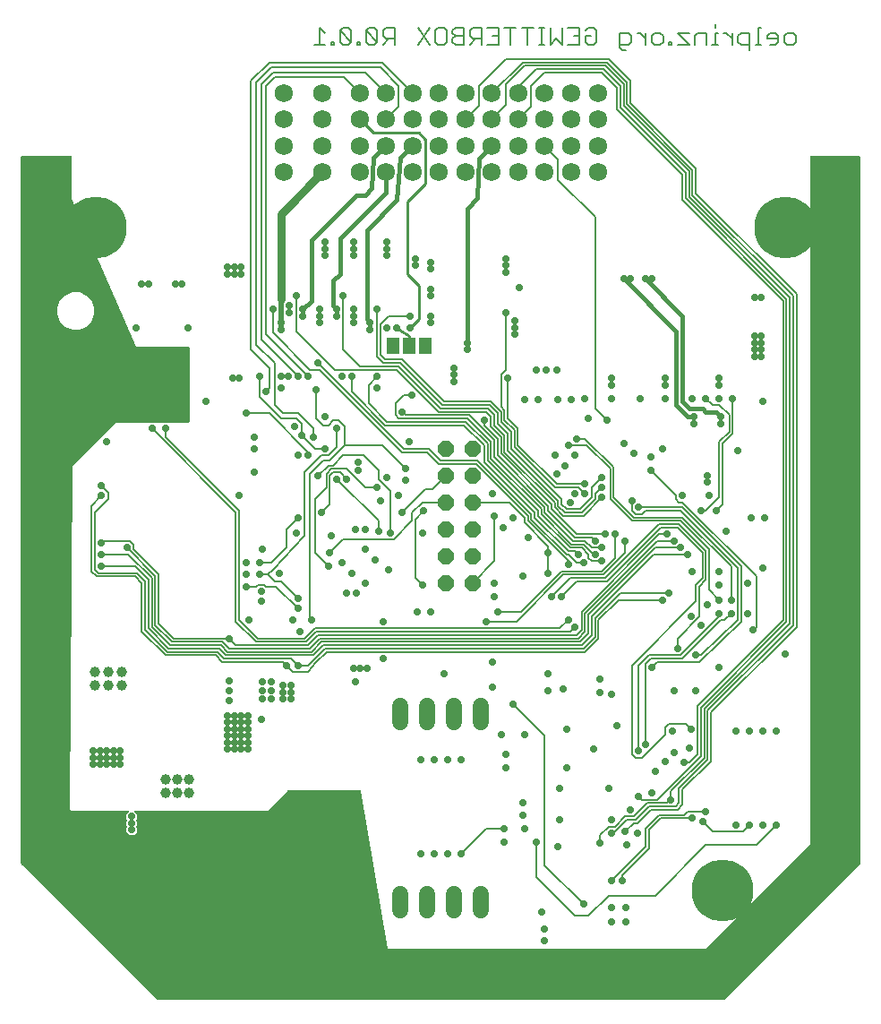
<source format=gbr>
G04 EAGLE Gerber RS-274X export*
G75*
%MOMM*%
%FSLAX34Y34*%
%LPD*%
%INBottom Copper*%
%IPPOS*%
%AMOC8*
5,1,8,0,0,1.08239X$1,22.5*%
G01*
%ADD10C,0.152400*%
%ADD11R,1.168400X1.600200*%
%ADD12P,1.649562X8X292.500000*%
%ADD13C,1.725000*%
%ADD14C,1.524000*%
%ADD15C,0.711200*%
%ADD16C,5.842000*%
%ADD17C,1.006400*%
%ADD18C,0.254000*%
%ADD19C,0.203200*%
%ADD20C,0.508000*%
%ADD21C,0.762000*%
%ADD22C,0.406400*%

G36*
X668459Y3190D02*
X668459Y3190D01*
X668550Y3198D01*
X668580Y3210D01*
X668612Y3215D01*
X668693Y3258D01*
X668777Y3294D01*
X668809Y3320D01*
X668829Y3331D01*
X668852Y3354D01*
X668908Y3399D01*
X796601Y131092D01*
X796654Y131166D01*
X796714Y131236D01*
X796726Y131266D01*
X796745Y131292D01*
X796772Y131379D01*
X796806Y131464D01*
X796810Y131505D01*
X796817Y131527D01*
X796816Y131559D01*
X796824Y131631D01*
X796824Y799294D01*
X796816Y799345D01*
X796817Y799396D01*
X796789Y799511D01*
X796785Y799537D01*
X796780Y799545D01*
X796777Y799559D01*
X796516Y800264D01*
X796511Y800272D01*
X796510Y800280D01*
X796451Y800378D01*
X796394Y800478D01*
X796388Y800484D01*
X796383Y800491D01*
X796297Y800565D01*
X796211Y800642D01*
X796203Y800645D01*
X796197Y800651D01*
X796090Y800694D01*
X795984Y800739D01*
X795976Y800740D01*
X795968Y800743D01*
X795802Y800761D01*
X750000Y800761D01*
X749980Y800758D01*
X749961Y800760D01*
X749859Y800738D01*
X749757Y800722D01*
X749740Y800712D01*
X749720Y800708D01*
X749631Y800655D01*
X749540Y800606D01*
X749526Y800592D01*
X749509Y800582D01*
X749442Y800503D01*
X749371Y800428D01*
X749362Y800410D01*
X749349Y800395D01*
X749310Y800299D01*
X749267Y800205D01*
X749265Y800185D01*
X749257Y800167D01*
X749239Y800000D01*
X749239Y150315D01*
X663036Y64038D01*
X650560Y51561D01*
X349893Y51561D01*
X324600Y200153D01*
X324575Y200228D01*
X324558Y200305D01*
X324535Y200343D01*
X324521Y200385D01*
X324472Y200448D01*
X324432Y200516D01*
X324398Y200545D01*
X324371Y200580D01*
X324305Y200624D01*
X324245Y200676D01*
X324203Y200693D01*
X324166Y200717D01*
X324090Y200738D01*
X324017Y200768D01*
X323958Y200774D01*
X323929Y200782D01*
X323902Y200781D01*
X323850Y200786D01*
X255588Y200786D01*
X255497Y200772D01*
X255407Y200764D01*
X255377Y200752D01*
X255345Y200747D01*
X255264Y200704D01*
X255180Y200668D01*
X255148Y200642D01*
X255127Y200631D01*
X255105Y200608D01*
X255049Y200563D01*
X236222Y181736D01*
X111090Y181736D01*
X111019Y181725D01*
X110948Y181723D01*
X110899Y181705D01*
X110847Y181697D01*
X110784Y181663D01*
X110717Y181638D01*
X110676Y181606D01*
X110630Y181581D01*
X110581Y181530D01*
X110525Y181485D01*
X110496Y181441D01*
X110461Y181403D01*
X110430Y181338D01*
X110392Y181278D01*
X110379Y181227D01*
X110357Y181180D01*
X110349Y181109D01*
X110332Y181039D01*
X110336Y180987D01*
X110330Y180936D01*
X110345Y180865D01*
X110351Y180794D01*
X110371Y180746D01*
X110382Y180695D01*
X110419Y180634D01*
X110447Y180568D01*
X110492Y180512D01*
X110508Y180484D01*
X110526Y180469D01*
X110552Y180437D01*
X112777Y178212D01*
X112777Y174213D01*
X112139Y173576D01*
X112128Y173560D01*
X112112Y173547D01*
X112056Y173460D01*
X111996Y173376D01*
X111990Y173357D01*
X111979Y173340D01*
X111954Y173240D01*
X111923Y173141D01*
X111924Y173121D01*
X111919Y173102D01*
X111927Y172999D01*
X111930Y172895D01*
X111937Y172876D01*
X111938Y172857D01*
X111979Y172762D01*
X112014Y172664D01*
X112027Y172648D01*
X112035Y172630D01*
X112139Y172499D01*
X112777Y171862D01*
X112777Y167863D01*
X112139Y167226D01*
X112128Y167210D01*
X112112Y167197D01*
X112056Y167110D01*
X111996Y167026D01*
X111990Y167007D01*
X111979Y166990D01*
X111954Y166890D01*
X111923Y166791D01*
X111924Y166771D01*
X111919Y166752D01*
X111927Y166649D01*
X111930Y166545D01*
X111937Y166526D01*
X111938Y166506D01*
X111979Y166412D01*
X112014Y166314D01*
X112027Y166298D01*
X112035Y166280D01*
X112139Y166149D01*
X112777Y165512D01*
X112777Y161513D01*
X109949Y158686D01*
X105951Y158686D01*
X103123Y161513D01*
X103123Y165512D01*
X103761Y166149D01*
X103772Y166165D01*
X103788Y166178D01*
X103844Y166265D01*
X103904Y166349D01*
X103910Y166368D01*
X103921Y166385D01*
X103946Y166485D01*
X103977Y166584D01*
X103976Y166604D01*
X103981Y166623D01*
X103973Y166726D01*
X103970Y166830D01*
X103963Y166849D01*
X103962Y166868D01*
X103921Y166963D01*
X103886Y167061D01*
X103873Y167077D01*
X103865Y167095D01*
X103761Y167226D01*
X103123Y167863D01*
X103123Y171862D01*
X103761Y172499D01*
X103772Y172515D01*
X103788Y172528D01*
X103844Y172615D01*
X103904Y172699D01*
X103910Y172718D01*
X103921Y172735D01*
X103946Y172835D01*
X103977Y172934D01*
X103976Y172954D01*
X103981Y172973D01*
X103973Y173076D01*
X103970Y173180D01*
X103963Y173199D01*
X103962Y173219D01*
X103921Y173313D01*
X103886Y173411D01*
X103873Y173427D01*
X103865Y173445D01*
X103761Y173576D01*
X103123Y174213D01*
X103123Y178212D01*
X105348Y180437D01*
X105390Y180495D01*
X105439Y180547D01*
X105461Y180594D01*
X105492Y180636D01*
X105513Y180705D01*
X105543Y180770D01*
X105549Y180822D01*
X105564Y180872D01*
X105562Y180943D01*
X105570Y181014D01*
X105559Y181065D01*
X105558Y181117D01*
X105533Y181185D01*
X105518Y181255D01*
X105491Y181299D01*
X105473Y181348D01*
X105428Y181404D01*
X105392Y181466D01*
X105352Y181500D01*
X105320Y181540D01*
X105259Y181579D01*
X105205Y181626D01*
X105156Y181645D01*
X105113Y181673D01*
X105043Y181691D01*
X104977Y181718D01*
X104905Y181726D01*
X104874Y181734D01*
X104851Y181732D01*
X104810Y181736D01*
X51113Y181736D01*
X49176Y183653D01*
X51559Y507682D01*
X92390Y548514D01*
X161925Y548514D01*
X161945Y548517D01*
X161964Y548515D01*
X162066Y548537D01*
X162168Y548554D01*
X162185Y548563D01*
X162205Y548567D01*
X162294Y548620D01*
X162385Y548669D01*
X162399Y548683D01*
X162416Y548693D01*
X162483Y548772D01*
X162555Y548847D01*
X162563Y548865D01*
X162576Y548880D01*
X162615Y548976D01*
X162658Y549070D01*
X162660Y549090D01*
X162668Y549108D01*
X162686Y549275D01*
X162686Y619125D01*
X162683Y619145D01*
X162685Y619164D01*
X162663Y619266D01*
X162647Y619368D01*
X162637Y619385D01*
X162633Y619405D01*
X162580Y619494D01*
X162531Y619585D01*
X162517Y619599D01*
X162507Y619616D01*
X162428Y619683D01*
X162353Y619755D01*
X162335Y619763D01*
X162320Y619776D01*
X162224Y619815D01*
X162130Y619858D01*
X162110Y619860D01*
X162092Y619868D01*
X161925Y619886D01*
X111624Y619886D01*
X50761Y759783D01*
X50761Y800000D01*
X50758Y800020D01*
X50760Y800039D01*
X50738Y800141D01*
X50722Y800243D01*
X50712Y800260D01*
X50708Y800280D01*
X50655Y800369D01*
X50606Y800460D01*
X50592Y800474D01*
X50582Y800491D01*
X50503Y800558D01*
X50428Y800630D01*
X50410Y800638D01*
X50395Y800651D01*
X50299Y800690D01*
X50205Y800733D01*
X50185Y800735D01*
X50167Y800743D01*
X50000Y800761D01*
X4198Y800761D01*
X4190Y800760D01*
X4182Y800761D01*
X4069Y800740D01*
X3956Y800722D01*
X3948Y800718D01*
X3940Y800716D01*
X3840Y800660D01*
X3738Y800606D01*
X3732Y800600D01*
X3725Y800596D01*
X3648Y800511D01*
X3569Y800428D01*
X3565Y800420D01*
X3560Y800414D01*
X3484Y800264D01*
X3223Y799559D01*
X3213Y799509D01*
X3194Y799461D01*
X3181Y799344D01*
X3176Y799317D01*
X3177Y799308D01*
X3176Y799294D01*
X3176Y131631D01*
X3190Y131541D01*
X3198Y131450D01*
X3210Y131420D01*
X3215Y131388D01*
X3258Y131307D01*
X3294Y131223D01*
X3320Y131191D01*
X3331Y131171D01*
X3354Y131148D01*
X3399Y131092D01*
X131092Y3399D01*
X131166Y3346D01*
X131236Y3286D01*
X131266Y3274D01*
X131292Y3255D01*
X131379Y3228D01*
X131464Y3194D01*
X131505Y3190D01*
X131527Y3183D01*
X131559Y3184D01*
X131631Y3176D01*
X668369Y3176D01*
X668459Y3190D01*
G37*
%LPC*%
G36*
X51511Y636459D02*
X51511Y636459D01*
X45064Y639130D01*
X40130Y644064D01*
X37459Y650511D01*
X37459Y657489D01*
X40130Y663936D01*
X45064Y668870D01*
X51511Y671541D01*
X58489Y671541D01*
X64936Y668870D01*
X69870Y663936D01*
X72541Y657489D01*
X72541Y650511D01*
X69870Y644064D01*
X64936Y639130D01*
X58489Y636459D01*
X51511Y636459D01*
G37*
%LPD*%
D10*
X733126Y905637D02*
X727703Y905637D01*
X724991Y908349D01*
X724991Y913772D01*
X727703Y916484D01*
X733126Y916484D01*
X735838Y913772D01*
X735838Y908349D01*
X733126Y905637D01*
X716755Y905637D02*
X711332Y905637D01*
X716755Y905637D02*
X719466Y908349D01*
X719466Y913772D01*
X716755Y916484D01*
X711332Y916484D01*
X708620Y913772D01*
X708620Y911060D01*
X719466Y911060D01*
X703095Y921907D02*
X700383Y921907D01*
X700383Y905637D01*
X697672Y905637D02*
X703095Y905637D01*
X692181Y900214D02*
X692181Y916484D01*
X684046Y916484D01*
X681334Y913772D01*
X681334Y908349D01*
X684046Y905637D01*
X692181Y905637D01*
X675809Y905637D02*
X675809Y916484D01*
X670386Y916484D02*
X675809Y911060D01*
X670386Y916484D02*
X667674Y916484D01*
X662166Y916484D02*
X659454Y916484D01*
X659454Y905637D01*
X656743Y905637D02*
X662166Y905637D01*
X659454Y921907D02*
X659454Y924619D01*
X651252Y916484D02*
X651252Y905637D01*
X651252Y916484D02*
X643117Y916484D01*
X640405Y913772D01*
X640405Y905637D01*
X634880Y916484D02*
X624033Y916484D01*
X634880Y905637D01*
X624033Y905637D01*
X618508Y905637D02*
X618508Y908349D01*
X615797Y908349D01*
X615797Y905637D01*
X618508Y905637D01*
X607611Y905637D02*
X602188Y905637D01*
X599476Y908349D01*
X599476Y913772D01*
X602188Y916484D01*
X607611Y916484D01*
X610323Y913772D01*
X610323Y908349D01*
X607611Y905637D01*
X593951Y905637D02*
X593951Y916484D01*
X588528Y916484D02*
X593951Y911060D01*
X588528Y916484D02*
X585816Y916484D01*
X574885Y900214D02*
X572173Y900214D01*
X569462Y902925D01*
X569462Y916484D01*
X577597Y916484D01*
X580308Y913772D01*
X580308Y908349D01*
X577597Y905637D01*
X569462Y905637D01*
X539430Y921907D02*
X536718Y919195D01*
X539430Y921907D02*
X544853Y921907D01*
X547565Y919195D01*
X547565Y908349D01*
X544853Y905637D01*
X539430Y905637D01*
X536718Y908349D01*
X536718Y913772D01*
X542142Y913772D01*
X531193Y921907D02*
X520347Y921907D01*
X531193Y921907D02*
X531193Y905637D01*
X520347Y905637D01*
X525770Y913772D02*
X531193Y913772D01*
X514822Y921907D02*
X514822Y905637D01*
X509399Y911060D01*
X503975Y905637D01*
X503975Y921907D01*
X498450Y905637D02*
X493027Y905637D01*
X495739Y905637D02*
X495739Y921907D01*
X498450Y921907D02*
X493027Y921907D01*
X482113Y921907D02*
X482113Y905637D01*
X487536Y921907D02*
X476689Y921907D01*
X465741Y921907D02*
X465741Y905637D01*
X471164Y921907D02*
X460318Y921907D01*
X454793Y921907D02*
X443946Y921907D01*
X454793Y921907D02*
X454793Y905637D01*
X443946Y905637D01*
X449370Y913772D02*
X454793Y913772D01*
X438421Y905637D02*
X438421Y921907D01*
X430286Y921907D01*
X427575Y919195D01*
X427575Y913772D01*
X430286Y911060D01*
X438421Y911060D01*
X432998Y911060D02*
X427575Y905637D01*
X422050Y905637D02*
X422050Y921907D01*
X413915Y921907D01*
X411203Y919195D01*
X411203Y916484D01*
X413915Y913772D01*
X411203Y911060D01*
X411203Y908349D01*
X413915Y905637D01*
X422050Y905637D01*
X422050Y913772D02*
X413915Y913772D01*
X402967Y921907D02*
X397543Y921907D01*
X402967Y921907D02*
X405678Y919195D01*
X405678Y908349D01*
X402967Y905637D01*
X397543Y905637D01*
X394832Y908349D01*
X394832Y919195D01*
X397543Y921907D01*
X389307Y921907D02*
X378460Y905637D01*
X389307Y905637D02*
X378460Y921907D01*
X356563Y921907D02*
X356563Y905637D01*
X356563Y921907D02*
X348429Y921907D01*
X345717Y919195D01*
X345717Y913772D01*
X348429Y911060D01*
X356563Y911060D01*
X351140Y911060D02*
X345717Y905637D01*
X340192Y908349D02*
X340192Y919195D01*
X337480Y921907D01*
X332057Y921907D01*
X329345Y919195D01*
X329345Y908349D01*
X332057Y905637D01*
X337480Y905637D01*
X340192Y908349D01*
X329345Y919195D01*
X323820Y908349D02*
X323820Y905637D01*
X323820Y908349D02*
X321109Y908349D01*
X321109Y905637D01*
X323820Y905637D01*
X315635Y908349D02*
X315635Y919195D01*
X312923Y921907D01*
X307500Y921907D01*
X304788Y919195D01*
X304788Y908349D01*
X307500Y905637D01*
X312923Y905637D01*
X315635Y908349D01*
X304788Y919195D01*
X299263Y908349D02*
X299263Y905637D01*
X299263Y908349D02*
X296551Y908349D01*
X296551Y905637D01*
X299263Y905637D01*
X291077Y916484D02*
X285654Y921907D01*
X285654Y905637D01*
X291077Y905637D02*
X280231Y905637D01*
D11*
X354648Y620713D03*
X369888Y620713D03*
X385128Y620713D03*
D12*
X430213Y523875D03*
X404813Y523875D03*
X430213Y498475D03*
X404813Y498475D03*
X430213Y473075D03*
X404813Y473075D03*
X430213Y447675D03*
X404813Y447675D03*
X430213Y422275D03*
X404813Y422275D03*
X430213Y396875D03*
X404813Y396875D03*
D13*
X251500Y785000D03*
X251500Y810000D03*
X251500Y835000D03*
X251500Y860000D03*
X288500Y785000D03*
X288500Y810000D03*
X288500Y835000D03*
X288500Y860000D03*
X323500Y785000D03*
X323500Y810000D03*
X323500Y835000D03*
X323500Y860000D03*
X348500Y785000D03*
X348500Y810000D03*
X348500Y835000D03*
X348500Y860000D03*
X373500Y785000D03*
X373500Y810000D03*
X373500Y835000D03*
X373500Y860000D03*
X398500Y785000D03*
X398500Y810000D03*
X398500Y835000D03*
X398500Y860000D03*
X423500Y785000D03*
X423500Y810000D03*
X423500Y835000D03*
X423500Y860000D03*
X448500Y785000D03*
X448500Y810000D03*
X448500Y835000D03*
X448500Y860000D03*
X473500Y785000D03*
X473500Y810000D03*
X473500Y835000D03*
X473500Y860000D03*
X498500Y785000D03*
X498500Y810000D03*
X498500Y835000D03*
X498500Y860000D03*
X523500Y785000D03*
X523500Y810000D03*
X523500Y835000D03*
X523500Y860000D03*
X548500Y785000D03*
X548500Y810000D03*
X548500Y835000D03*
X548500Y860000D03*
D14*
X361950Y280670D02*
X361950Y265430D01*
X387350Y265430D02*
X387350Y280670D01*
X412750Y280670D02*
X412750Y265430D01*
X438150Y265430D02*
X438150Y280670D01*
X361950Y102870D02*
X361950Y87630D01*
X387350Y87630D02*
X387350Y102870D01*
X412750Y102870D02*
X412750Y87630D01*
X438150Y87630D02*
X438150Y102870D01*
D15*
X290513Y554038D03*
X306388Y592138D03*
X349250Y496888D03*
X247650Y406400D03*
X323850Y315913D03*
X249238Y581025D03*
X339725Y581025D03*
X223838Y534988D03*
X215900Y404813D03*
X200025Y295275D03*
X200025Y285750D03*
X200025Y304800D03*
X231775Y428625D03*
X412750Y587375D03*
X317500Y642938D03*
X285750Y642938D03*
X285750Y649288D03*
X317500Y649288D03*
X349250Y638175D03*
X285750Y655638D03*
X317500Y655638D03*
X412750Y593725D03*
X412750Y600075D03*
X223838Y523875D03*
X320675Y387350D03*
X704850Y168275D03*
X449263Y481013D03*
X508000Y517525D03*
X693738Y458788D03*
X550863Y293688D03*
X450850Y396875D03*
X458788Y449263D03*
X482600Y439738D03*
X663575Y395288D03*
X638175Y407988D03*
X641350Y295275D03*
X561975Y590550D03*
X612775Y584200D03*
X612775Y590550D03*
X663575Y584200D03*
X663575Y590550D03*
X652463Y498475D03*
X561975Y571500D03*
X654050Y479425D03*
X598488Y515938D03*
X582613Y519113D03*
X612775Y571500D03*
X703263Y666750D03*
X696913Y666750D03*
X652463Y492125D03*
X509588Y500063D03*
X527050Y517525D03*
X527050Y481013D03*
X636541Y365172D03*
X663575Y571500D03*
X219075Y361950D03*
X290513Y706438D03*
X290513Y712788D03*
X290513Y719138D03*
X317500Y719138D03*
X317500Y712788D03*
X317500Y706438D03*
X349250Y706438D03*
X349250Y712788D03*
X349250Y719138D03*
X376238Y703263D03*
X376238Y696913D03*
X652463Y376238D03*
D16*
X74000Y733000D03*
X726000Y733000D03*
X667000Y106000D03*
X133000Y106000D03*
D17*
X15875Y781050D03*
X34925Y781050D03*
X34925Y762000D03*
X15875Y762000D03*
X15875Y742950D03*
X34925Y742950D03*
X34925Y723900D03*
X15875Y723900D03*
X15875Y704850D03*
X34925Y704850D03*
X34925Y685800D03*
X15875Y685800D03*
X15875Y666750D03*
X34925Y666750D03*
X31750Y647700D03*
X15875Y647700D03*
X15875Y628650D03*
X34925Y628650D03*
X34925Y609600D03*
X15875Y609600D03*
X15875Y590550D03*
X34925Y590550D03*
X34925Y571500D03*
X15875Y571500D03*
X15875Y552450D03*
X34925Y552450D03*
X34925Y533400D03*
X15875Y533400D03*
X15875Y514350D03*
X34925Y514350D03*
X34925Y495300D03*
X15875Y495300D03*
X15875Y476250D03*
X34925Y476250D03*
X34925Y457200D03*
X15875Y457200D03*
X15875Y438150D03*
X34925Y438150D03*
X34925Y419100D03*
X15875Y419100D03*
X15875Y400050D03*
X34925Y400050D03*
X34925Y381000D03*
X15875Y381000D03*
X15875Y361950D03*
X34925Y361950D03*
X34925Y342900D03*
X15875Y342900D03*
X15875Y323850D03*
X34925Y323850D03*
X34925Y304800D03*
X15875Y304800D03*
X15875Y285750D03*
X34925Y285750D03*
X34925Y266700D03*
X15875Y266700D03*
X15875Y247650D03*
X34925Y247650D03*
X34925Y228600D03*
X15875Y228600D03*
X15875Y209550D03*
X34925Y209550D03*
X34925Y190500D03*
X15875Y190500D03*
X765175Y781050D03*
X784225Y762000D03*
X765175Y762000D03*
X765175Y742950D03*
X784225Y742950D03*
X784225Y723900D03*
X765175Y723900D03*
X765175Y704850D03*
X784225Y704850D03*
X784225Y685800D03*
X765175Y685800D03*
X765175Y666750D03*
X784225Y666750D03*
X784225Y647700D03*
X765175Y647700D03*
X765175Y628650D03*
X784225Y628650D03*
X784225Y609600D03*
X765175Y609600D03*
X765175Y590550D03*
X784225Y590550D03*
X784225Y571500D03*
X765175Y571500D03*
X765175Y552450D03*
X784225Y552450D03*
X784225Y533400D03*
X765175Y533400D03*
X765175Y514350D03*
X784225Y514350D03*
X784225Y495300D03*
X765175Y495300D03*
X765175Y476250D03*
X784225Y476250D03*
X784225Y457200D03*
X765175Y457200D03*
X765175Y438150D03*
X784225Y438150D03*
X784225Y419100D03*
X765175Y419100D03*
X765175Y400050D03*
X784225Y400050D03*
X784225Y381000D03*
X765175Y381000D03*
X765175Y361950D03*
X784225Y361950D03*
X784225Y342900D03*
X765175Y342900D03*
X765175Y323850D03*
X784225Y323850D03*
X784225Y304800D03*
X765175Y304800D03*
X765175Y285750D03*
X784225Y285750D03*
X784225Y266700D03*
X765175Y266700D03*
X765175Y247650D03*
X784225Y247650D03*
X784225Y228600D03*
X765175Y228600D03*
X765175Y209550D03*
X784225Y209550D03*
X784225Y190500D03*
X765175Y190500D03*
X152400Y34925D03*
X152400Y15875D03*
X171450Y15875D03*
X171450Y34925D03*
X190500Y34925D03*
X190500Y15875D03*
X209550Y15875D03*
X209550Y34925D03*
X228600Y34925D03*
X228600Y15875D03*
X247650Y15875D03*
X247650Y34925D03*
X266700Y34925D03*
X266700Y15875D03*
X285750Y15875D03*
X285750Y34925D03*
X304800Y34925D03*
X304800Y15875D03*
X323850Y15875D03*
X323850Y34925D03*
X342900Y34925D03*
X342900Y15875D03*
X361950Y15875D03*
X361950Y34925D03*
X381000Y34925D03*
X381000Y15875D03*
X400050Y15875D03*
X400050Y34925D03*
X419100Y34925D03*
X419100Y15875D03*
X438150Y15875D03*
X438150Y34925D03*
X457200Y34925D03*
X457200Y15875D03*
X476250Y15875D03*
X476250Y34925D03*
X495300Y34925D03*
X495300Y15875D03*
X514350Y15875D03*
X514350Y34925D03*
X533400Y34925D03*
X533400Y15875D03*
X552450Y15875D03*
X552450Y34925D03*
X571500Y34925D03*
X571500Y15875D03*
X590550Y15875D03*
X590550Y34925D03*
X609600Y34925D03*
X609600Y15875D03*
X628650Y15875D03*
X628650Y34925D03*
X647700Y34925D03*
X647700Y15875D03*
X15875Y171450D03*
X34925Y171450D03*
X34925Y152400D03*
X15875Y152400D03*
X765175Y171450D03*
X784225Y171450D03*
X784225Y152400D03*
X765175Y152400D03*
X44450Y133350D03*
X57150Y120650D03*
X69850Y107950D03*
X82550Y95250D03*
X95250Y82550D03*
X107950Y69850D03*
X120650Y57150D03*
X136525Y44450D03*
X666750Y44450D03*
X679450Y57150D03*
X692150Y69850D03*
X704850Y82550D03*
X717550Y95250D03*
X730250Y107950D03*
X742950Y120650D03*
X755650Y136525D03*
X679450Y31750D03*
X692150Y44450D03*
X704850Y57150D03*
X717550Y69850D03*
X730250Y82550D03*
X742950Y95250D03*
X755650Y107950D03*
X768350Y123825D03*
X781050Y136525D03*
X666750Y19050D03*
X31750Y120650D03*
X44450Y107950D03*
X57150Y95250D03*
X69850Y82550D03*
X82550Y69850D03*
X95250Y57150D03*
X107950Y44450D03*
X123825Y31750D03*
X136525Y19050D03*
X19050Y133350D03*
D15*
X588963Y571500D03*
X628650Y479425D03*
X638175Y571500D03*
X536575Y571500D03*
D17*
X784225Y781050D03*
D15*
X461963Y703263D03*
X461963Y696913D03*
X461963Y690563D03*
X469900Y644525D03*
X469900Y631825D03*
X469900Y638175D03*
X406400Y141288D03*
X366713Y493713D03*
X501650Y311150D03*
X515938Y296863D03*
X457200Y254000D03*
X519113Y258763D03*
X479425Y254000D03*
X501650Y295275D03*
X461963Y234950D03*
X612775Y228600D03*
X477838Y188913D03*
X477838Y177800D03*
X479425Y165100D03*
X561975Y173038D03*
X511175Y147638D03*
X576263Y149225D03*
X600075Y198438D03*
X544513Y239713D03*
X460375Y152400D03*
X249238Y592138D03*
X255588Y592138D03*
X257175Y658813D03*
X257175Y652463D03*
X561975Y584200D03*
X619125Y257175D03*
X635000Y241300D03*
X681038Y522288D03*
X704850Y568325D03*
X369888Y530225D03*
X449263Y298450D03*
X230188Y388938D03*
X512763Y203200D03*
X317500Y315913D03*
X330200Y315913D03*
X566738Y261938D03*
X519113Y222250D03*
X500063Y598488D03*
X215900Y415925D03*
X342900Y474663D03*
X319088Y447675D03*
X346075Y360363D03*
X390525Y369888D03*
X346075Y325438D03*
X403225Y311150D03*
X263525Y444500D03*
X360363Y479425D03*
X382588Y444500D03*
X509588Y598488D03*
X511175Y569913D03*
X492125Y569913D03*
X479425Y569913D03*
X523875Y569913D03*
X561975Y292100D03*
D17*
X263525Y127000D03*
X276225Y127000D03*
X288925Y127000D03*
X301625Y127000D03*
X314325Y127000D03*
X263525Y139700D03*
X263525Y152400D03*
X263525Y165100D03*
X263525Y177800D03*
X263525Y190500D03*
X276225Y139700D03*
X276225Y152400D03*
X276225Y165100D03*
X276225Y177800D03*
X276225Y190500D03*
X288925Y190500D03*
X288925Y177800D03*
X288925Y165100D03*
X288925Y152400D03*
X288925Y139700D03*
X301625Y139700D03*
X301625Y152400D03*
X301625Y165100D03*
X301625Y177800D03*
X301625Y190500D03*
X314325Y190500D03*
X314325Y177800D03*
X314325Y165100D03*
X314325Y152400D03*
X314325Y139700D03*
D15*
X117475Y593725D03*
X127000Y593725D03*
X117475Y584200D03*
X117475Y574675D03*
X127000Y574675D03*
X127000Y584200D03*
X136525Y593725D03*
X146050Y593725D03*
X155575Y593725D03*
X155575Y584200D03*
X146050Y584200D03*
X146050Y574675D03*
X155575Y574675D03*
X136525Y584200D03*
X136525Y574675D03*
X123825Y679450D03*
X117475Y679450D03*
X149225Y679450D03*
X155575Y679450D03*
X93663Y601663D03*
X319088Y303213D03*
D17*
X98425Y300038D03*
X98425Y312738D03*
X85725Y300038D03*
X73025Y300038D03*
X85725Y312738D03*
X73025Y312738D03*
X161925Y198438D03*
X161925Y211138D03*
X150813Y198438D03*
X139700Y198438D03*
X150813Y211138D03*
X139700Y211138D03*
D15*
X230188Y268288D03*
X111919Y638175D03*
X84138Y530225D03*
X177800Y568325D03*
X161131Y638175D03*
X561524Y89989D03*
X561524Y76519D03*
X574994Y76519D03*
X574994Y89989D03*
X495300Y85725D03*
X498475Y69850D03*
X498475Y58738D03*
X203200Y590550D03*
X209550Y590550D03*
X63500Y546100D03*
X69850Y546100D03*
X209550Y479425D03*
X322263Y511175D03*
X265113Y517525D03*
X322263Y503238D03*
X354013Y623888D03*
D18*
X354648Y620713D01*
D15*
X311150Y387350D03*
X266700Y350838D03*
X703263Y623888D03*
X696913Y630238D03*
X696913Y611188D03*
X703263Y611188D03*
X696913Y623888D03*
X703263Y630238D03*
X223838Y501650D03*
X393700Y141288D03*
X107950Y163513D03*
X107950Y176213D03*
X107950Y169863D03*
X603250Y219075D03*
X620713Y236538D03*
X579438Y182563D03*
X354013Y617538D03*
X703263Y617538D03*
X696913Y617538D03*
X230188Y379413D03*
X558800Y203200D03*
X512763Y173038D03*
X461963Y222250D03*
X328613Y447675D03*
X377825Y369888D03*
X328613Y428625D03*
X338138Y419100D03*
X306388Y415925D03*
X315913Y406400D03*
X328613Y396875D03*
X350838Y409575D03*
X296863Y441325D03*
X490538Y598488D03*
X449263Y322263D03*
X198438Y271463D03*
X204788Y271463D03*
X211138Y271463D03*
X211138Y265113D03*
X204788Y265113D03*
X198438Y265113D03*
X198438Y258763D03*
X204788Y258763D03*
X211138Y258763D03*
X211138Y252413D03*
X211138Y246063D03*
X204788Y246063D03*
X204788Y252413D03*
X198438Y252413D03*
X198438Y246063D03*
X211138Y239713D03*
X204788Y239713D03*
X198438Y239713D03*
X690563Y396875D03*
X690563Y368300D03*
X217488Y239713D03*
X217488Y246063D03*
X217488Y252413D03*
X217488Y258763D03*
X217488Y265113D03*
X217488Y271463D03*
X585788Y160338D03*
X692150Y168275D03*
X647700Y171450D03*
D10*
X657225Y161925D01*
X685800Y161925D01*
X692150Y168275D01*
D15*
X282575Y579438D03*
X277813Y361950D03*
D19*
X282575Y552450D02*
X282575Y579438D01*
X282575Y552450D02*
X288925Y546100D01*
X293688Y546100D01*
X298450Y550863D01*
X303213Y550863D01*
X309563Y544513D01*
X309563Y527050D01*
X295275Y512763D01*
X288925Y512763D01*
X276225Y500063D01*
X276225Y363538D01*
X277813Y361950D01*
D15*
X366713Y504825D03*
D10*
X344488Y527050D02*
X309563Y527050D01*
X344488Y527050D02*
X366713Y504825D01*
D15*
X279400Y534988D03*
D19*
X279400Y542925D01*
X265113Y557213D01*
X250825Y557213D01*
X242888Y565150D01*
X242888Y604838D01*
X225425Y622300D01*
X225425Y869950D01*
X239713Y884238D01*
X342900Y884238D01*
X360363Y866775D01*
X360363Y846863D01*
X348500Y835000D01*
D15*
X265113Y592138D03*
D19*
X230188Y627063D01*
X230188Y868363D01*
X241300Y879475D01*
X329025Y879475D01*
X348500Y860000D01*
D15*
X274638Y592138D03*
D19*
X234950Y631825D01*
X234950Y866775D01*
X242888Y874713D01*
X308788Y874713D01*
X323500Y860000D01*
D15*
X261938Y544513D03*
X234950Y577850D03*
D19*
X238125Y581025D01*
X238125Y600075D01*
X220663Y617538D01*
X220663Y871538D01*
X238125Y889000D01*
X344500Y889000D01*
X373500Y860000D01*
D15*
X352425Y444500D03*
X284163Y498475D03*
D10*
X352425Y484188D02*
X352425Y444500D01*
X352425Y484188D02*
X341313Y495300D01*
X341313Y503238D01*
X327025Y517525D01*
X307975Y517525D01*
X298450Y508000D01*
X293688Y508000D01*
X284163Y498475D01*
D15*
X215900Y557213D03*
D19*
X274638Y520700D02*
X274638Y517525D01*
X274638Y520700D02*
X238125Y557213D01*
X215900Y557213D01*
D15*
X274638Y517525D03*
X249238Y642938D03*
X249238Y636588D03*
D20*
X249238Y665163D01*
D21*
X249238Y745738D01*
X288500Y785000D01*
D15*
X268288Y536575D03*
X290513Y523875D03*
D19*
X280988Y523875D02*
X268288Y536575D01*
X280988Y523875D02*
X290513Y523875D01*
X268288Y536575D02*
X268288Y547688D01*
X263525Y552450D01*
X249238Y552450D01*
X228600Y573088D01*
X228600Y592138D01*
D15*
X311150Y495300D03*
X287338Y463550D03*
D10*
X295275Y471488D01*
X295275Y498475D01*
X298450Y501650D01*
X304800Y501650D01*
X311150Y495300D01*
D15*
X339725Y487363D03*
X293688Y412750D03*
D10*
X280988Y425450D01*
X280988Y476250D01*
X292100Y487363D01*
X292100Y500063D01*
X296863Y504825D01*
X311150Y504825D01*
X328613Y487363D01*
X339725Y487363D01*
D15*
X301625Y495300D03*
X341313Y446088D03*
D10*
X341313Y455613D01*
X301625Y495300D01*
D19*
X287338Y517525D02*
X271463Y501650D01*
X287338Y517525D02*
X293688Y517525D01*
X301625Y525463D01*
X301625Y542925D01*
D15*
X301625Y542925D03*
D19*
X271463Y501650D02*
X271463Y441325D01*
X241300Y409575D01*
X236538Y404813D01*
X228600Y404813D01*
D15*
X228600Y404813D03*
X265113Y382588D03*
D10*
X249238Y398463D01*
X242888Y398463D01*
X236538Y404813D01*
D15*
X228600Y415925D03*
X265113Y458788D03*
X215900Y393700D03*
X265113Y373063D03*
D10*
X244475Y393700D01*
X234950Y393700D01*
X233363Y395288D01*
X227013Y395288D01*
X225425Y393700D01*
X215900Y393700D01*
D19*
X228600Y415925D02*
X239713Y415925D01*
X254000Y430213D01*
X254000Y447675D01*
X265113Y458788D01*
D15*
X638175Y174625D03*
D10*
X608013Y174625D01*
X596900Y163513D01*
X596900Y146050D01*
X571500Y120650D01*
X571500Y115888D01*
D15*
X571500Y115888D03*
X650875Y180975D03*
D10*
X633413Y180975D01*
X630238Y177800D01*
X606425Y177800D01*
X593725Y165100D01*
X593725Y147638D01*
X561975Y115888D01*
D15*
X561975Y115888D03*
X593725Y244475D03*
D10*
X668338Y361950D02*
X674688Y368300D01*
X668338Y361950D02*
X665163Y361950D01*
X628650Y325438D01*
X598488Y325438D01*
X593725Y320675D01*
X593725Y244475D01*
D15*
X674688Y368300D03*
D10*
X585788Y169863D02*
X582613Y169863D01*
X585788Y169863D02*
X598488Y182563D01*
X623888Y182563D01*
X628650Y187325D01*
X628650Y201613D01*
X655638Y228600D01*
X655638Y274638D01*
X736600Y355600D01*
X736600Y669925D01*
X641350Y765175D01*
X641350Y788988D01*
X579438Y850900D01*
X579438Y871538D01*
X558800Y892175D01*
X461963Y892175D01*
X436563Y866775D01*
X436563Y848063D01*
X423500Y835000D01*
D15*
X574675Y161925D03*
D10*
X582613Y169863D01*
D15*
X460375Y165100D03*
X419100Y141288D03*
D10*
X442913Y165100D02*
X460375Y165100D01*
X442913Y165100D02*
X419100Y141288D01*
D15*
X241300Y655638D03*
D10*
X241300Y633413D01*
X276225Y598488D01*
X285750Y598488D01*
X363538Y520700D01*
X387350Y520700D01*
X398463Y509588D01*
X433388Y509588D01*
X482600Y460375D01*
X482600Y455613D01*
X520700Y417513D01*
X520700Y414338D01*
D15*
X520700Y414338D03*
X284163Y604838D03*
D10*
X365125Y523875D01*
X388938Y523875D01*
X400050Y512763D01*
X434975Y512763D01*
X485775Y461963D01*
X485775Y457200D01*
X519113Y423863D01*
D15*
X534988Y415925D03*
D10*
X528638Y415925D01*
X520700Y423863D01*
X519113Y423863D01*
D15*
X269875Y655638D03*
X269875Y649288D03*
D22*
X269875Y655638D01*
X277813Y663575D01*
X277813Y720725D01*
X320675Y763588D01*
X328613Y763588D01*
X334963Y769938D01*
X336550Y798513D01*
X348500Y810000D01*
D15*
X371475Y638175D03*
D18*
X379413Y646113D01*
X379413Y677863D01*
X368300Y688975D01*
X368300Y757238D01*
X385763Y774700D01*
X385763Y815975D01*
X379413Y822325D01*
X336175Y822325D01*
X323500Y835000D01*
D15*
X425450Y623888D03*
X425450Y617538D03*
D22*
X425450Y750888D01*
X434975Y760413D01*
X436563Y798063D01*
X448500Y810000D01*
D15*
X665163Y554038D03*
X665163Y547688D03*
X600075Y684213D03*
X593725Y684213D03*
D22*
X660400Y558800D02*
X665163Y554038D01*
X660400Y558800D02*
X650875Y558800D01*
X647700Y561975D01*
X635000Y561975D01*
X628650Y568325D01*
X628650Y649288D01*
X593725Y684213D01*
D15*
X454025Y369888D03*
X565150Y442913D03*
D10*
X476250Y369888D02*
X454025Y369888D01*
X476250Y369888D02*
X514350Y407988D01*
X552450Y407988D01*
X565150Y420688D01*
X565150Y442913D01*
D15*
X442913Y360363D03*
X574675Y436563D03*
D10*
X471488Y360363D02*
X442913Y360363D01*
X471488Y360363D02*
X515938Y404813D01*
X554038Y404813D01*
X574675Y425450D01*
X574675Y436563D01*
D15*
X373063Y574675D03*
D10*
X365125Y574675D01*
X357188Y566738D01*
X357188Y555625D01*
X360363Y552450D01*
X425450Y552450D01*
X447675Y530225D01*
X447675Y514350D01*
X495300Y466725D01*
X495300Y461963D01*
X523875Y433388D01*
D15*
X546100Y423863D03*
D10*
X544513Y423863D01*
X534988Y433388D01*
X523875Y433388D01*
D15*
X441325Y550863D03*
D10*
X441325Y546100D01*
X454025Y533400D01*
X454025Y517525D01*
X501650Y469900D01*
X501650Y465138D01*
X527050Y439738D01*
D15*
X546100Y436563D03*
D10*
X542925Y439738D01*
X527050Y439738D01*
D15*
X363538Y558800D03*
D10*
X366713Y555625D01*
X427038Y555625D01*
X450850Y531813D01*
X450850Y515938D01*
X498475Y468313D01*
X498475Y463550D01*
X525463Y436563D01*
D15*
X552450Y430213D03*
D10*
X542925Y430213D01*
X536575Y436563D01*
X525463Y436563D01*
D15*
X315913Y592138D03*
D10*
X315913Y577850D01*
X347663Y546100D01*
X422275Y546100D01*
X441325Y527050D01*
X441325Y511175D01*
X488950Y463550D01*
X488950Y458788D01*
X520700Y427038D01*
X527050Y427038D01*
X530225Y423863D01*
D15*
X530225Y423863D03*
X339725Y592138D03*
D10*
X331788Y584200D01*
X331788Y566738D01*
X349250Y549275D01*
X423863Y549275D01*
X444500Y528638D01*
X444500Y512763D01*
X492125Y465138D01*
X492125Y460375D01*
X522288Y430213D01*
X533400Y430213D01*
X539750Y423863D01*
X539750Y420688D01*
X542925Y417513D01*
D15*
X552450Y417513D03*
D10*
X542925Y417513D01*
D15*
X301625Y655638D03*
X301625Y649288D03*
D22*
X301625Y655638D01*
X298450Y658813D01*
X298450Y682625D01*
X304800Y688975D01*
X304800Y722313D01*
X348500Y766013D01*
X348500Y785000D01*
D15*
X333375Y642938D03*
X333375Y636588D03*
D22*
X333375Y642938D01*
X330200Y646113D01*
X330200Y730250D01*
X358775Y758825D01*
X361950Y798513D01*
X373500Y810000D01*
D15*
X557213Y550863D03*
D10*
X546100Y561975D01*
X546100Y742950D01*
X511175Y777875D01*
X511175Y797325D01*
X498500Y810000D01*
D15*
X587375Y238125D03*
D10*
X663575Y365125D02*
X663575Y368300D01*
X663575Y365125D02*
X627063Y328613D01*
X596900Y328613D01*
X587375Y319088D01*
X587375Y238125D01*
D15*
X663575Y368300D03*
X358775Y638175D03*
D18*
X369888Y630238D02*
X369888Y620713D01*
X369888Y630238D02*
X358775Y638175D01*
D15*
X463550Y590550D03*
D10*
X463550Y552450D01*
X473075Y542925D01*
D15*
X536575Y490538D03*
D10*
X473075Y527050D02*
X473075Y542925D01*
X473075Y527050D02*
X509588Y490538D01*
X536575Y490538D01*
D15*
X461963Y652463D03*
D10*
X461963Y598488D01*
X457200Y593725D01*
X457200Y563563D01*
X460375Y560388D01*
X460375Y550863D01*
X469900Y541338D01*
D15*
X536575Y481013D03*
D10*
X469900Y525463D02*
X469900Y541338D01*
X469900Y525463D02*
X508000Y487363D01*
X530225Y487363D01*
X536575Y481013D01*
D15*
X490538Y152400D03*
X717550Y168275D03*
D10*
X490538Y152400D02*
X490538Y119063D01*
X527050Y82550D01*
X539750Y82550D01*
X558800Y101600D01*
X603250Y101600D01*
X650875Y149225D01*
X698500Y149225D01*
X717550Y168275D01*
D15*
X250825Y293688D03*
X258763Y300038D03*
X250825Y287338D03*
X258763Y287338D03*
X387350Y623888D03*
D18*
X385128Y620713D01*
D15*
X250825Y300038D03*
X390525Y668338D03*
X390525Y674688D03*
X390525Y693738D03*
X390525Y700088D03*
X258763Y293688D03*
X387350Y617538D03*
X390525Y649288D03*
X390525Y642938D03*
X474663Y676275D03*
X198438Y695325D03*
X204788Y695325D03*
X211138Y695325D03*
X211138Y688975D03*
X204788Y688975D03*
X198438Y688975D03*
X239713Y287338D03*
X239713Y295275D03*
X239713Y303213D03*
X231775Y295275D03*
X231775Y287338D03*
X231775Y303213D03*
X260350Y361950D03*
X77788Y238125D03*
X77788Y225425D03*
X477838Y403225D03*
X620713Y295275D03*
X706438Y458788D03*
X609600Y523875D03*
X669925Y446088D03*
X573088Y528638D03*
X522288Y473075D03*
X517525Y508000D03*
X468313Y458788D03*
X550863Y306388D03*
X663575Y317500D03*
X663575Y407988D03*
X539750Y552450D03*
X450850Y384175D03*
X646113Y357188D03*
X71438Y225425D03*
X77788Y231775D03*
X71438Y238125D03*
X71438Y231775D03*
X84138Y225425D03*
X84138Y231775D03*
X84138Y238125D03*
X90488Y225425D03*
X90488Y231775D03*
X90488Y238125D03*
X96838Y238125D03*
X96838Y231775D03*
X96838Y225425D03*
X725488Y330200D03*
X704850Y411163D03*
X501650Y425450D03*
D10*
X501650Y431800D01*
X479425Y454025D01*
X479425Y458788D01*
X465138Y473075D01*
X430213Y473075D01*
D15*
X501650Y406400D03*
D10*
X501650Y425450D01*
D15*
X695325Y352425D03*
D10*
X698500Y355600D01*
X698500Y403225D01*
X628650Y473075D01*
X625475Y473075D01*
X622300Y476250D01*
X622300Y479425D01*
X598488Y503238D01*
D15*
X598488Y503238D03*
X450850Y460375D03*
D10*
X450850Y417513D01*
X430213Y396875D01*
D15*
X534988Y93663D03*
X468313Y282575D03*
D10*
X498475Y130175D02*
X534988Y93663D01*
X498475Y130175D02*
X498475Y252413D01*
X468313Y282575D01*
D15*
X504825Y384175D03*
X623888Y334963D03*
D10*
X623888Y344488D01*
X644525Y365125D01*
X644525Y393700D01*
X650875Y400050D01*
X650875Y427038D01*
X625475Y452438D01*
X606425Y452438D01*
X555625Y401638D01*
X522288Y401638D01*
X504825Y384175D01*
D15*
X639763Y554038D03*
X639763Y547688D03*
X579438Y684213D03*
X573088Y684213D03*
D22*
X633413Y554038D02*
X639763Y554038D01*
X633413Y554038D02*
X622300Y565150D01*
X622300Y635000D01*
X573088Y684213D01*
D15*
X650875Y571500D03*
X646113Y465138D03*
D10*
X650875Y465138D01*
X663575Y477838D01*
X663575Y530225D01*
X673100Y539750D01*
X673100Y555625D01*
X663575Y565150D01*
X657225Y565150D01*
X650875Y571500D01*
D15*
X676275Y571500D03*
X660400Y465138D03*
D10*
X666750Y471488D01*
X666750Y528638D01*
X676275Y538163D01*
X676275Y571500D01*
D15*
X307975Y668338D03*
D10*
X450850Y555625D02*
X450850Y546100D01*
X460375Y536575D01*
X460375Y520700D01*
X508000Y473075D01*
X508000Y468313D01*
X450850Y555625D02*
X444500Y561975D01*
X400050Y561975D01*
X360363Y601663D01*
X323850Y601663D01*
X307975Y617538D01*
X307975Y668338D01*
X508000Y468313D02*
X515938Y460375D01*
X534988Y460375D01*
X552450Y477838D01*
D15*
X552450Y477838D03*
X263525Y668338D03*
D10*
X447675Y554038D02*
X447675Y544513D01*
X457200Y534988D01*
X457200Y519113D01*
X504825Y471488D01*
X504825Y466725D01*
X528638Y442913D01*
X447675Y554038D02*
X442913Y558800D01*
X398463Y558800D01*
X358775Y598488D01*
X300038Y598488D01*
X263525Y635000D01*
X263525Y668338D01*
D15*
X555625Y442913D03*
D10*
X528638Y442913D01*
D15*
X630238Y227013D03*
D10*
X635000Y227013D01*
X642938Y234950D01*
X642938Y280988D01*
X723900Y361950D01*
X723900Y663575D01*
X628650Y758825D02*
X628650Y782638D01*
X566738Y844550D01*
X566738Y865188D01*
X552450Y879475D01*
X498475Y879475D02*
X485775Y866775D01*
X485775Y847275D01*
X473500Y835000D01*
X498475Y879475D02*
X552450Y879475D01*
X628650Y758825D02*
X723900Y663575D01*
D15*
X587375Y195263D03*
D10*
X590550Y192088D01*
X604838Y192088D01*
X646113Y233363D01*
X646113Y279400D01*
X727075Y360363D01*
X727075Y665163D01*
X631825Y760413D02*
X631825Y784225D01*
X569913Y846138D01*
X569913Y866775D01*
X554038Y882650D01*
X490538Y882650D01*
X473500Y865613D02*
X473500Y860000D01*
X473500Y865613D02*
X490538Y882650D01*
X631825Y760413D02*
X727075Y665163D01*
D15*
X561975Y160338D03*
D10*
X563563Y160338D01*
X576263Y173038D01*
X584200Y173038D01*
X596900Y185738D01*
X622300Y185738D01*
X625475Y188913D01*
X625475Y203200D01*
X652463Y230188D01*
X652463Y276225D01*
X733425Y357188D01*
X733425Y668338D01*
X638175Y763588D01*
X638175Y787400D01*
X576263Y849313D01*
X576263Y869950D01*
X557213Y889000D01*
X477500Y889000D01*
X448500Y860000D01*
D15*
X382588Y395288D03*
X384175Y465138D03*
D10*
X376238Y457200D01*
X376238Y401638D01*
X382588Y395288D01*
X595313Y188913D02*
X582613Y176213D01*
X595313Y188913D02*
X614363Y188913D01*
X617538Y192088D01*
X617538Y200025D01*
X649288Y231775D01*
X649288Y277813D02*
X730250Y358775D01*
X730250Y666750D01*
X635000Y762000D01*
X635000Y785813D01*
X573088Y847725D01*
X573088Y868363D01*
X555625Y885825D01*
X479425Y885825D01*
X461963Y868363D01*
X461963Y848463D01*
X448500Y835000D01*
X574675Y176213D02*
X582613Y176213D01*
X574675Y176213D02*
X565150Y166688D01*
X558800Y166688D01*
X550863Y158750D01*
X550863Y150813D01*
D15*
X550863Y150813D03*
X617538Y192088D03*
D10*
X649288Y231775D02*
X649288Y277813D01*
D15*
X228600Y592138D03*
X636588Y258763D03*
D10*
X631825Y263525D01*
X615950Y263525D01*
X612775Y260350D01*
X612775Y254000D01*
X590550Y231775D01*
X584200Y231775D01*
X581025Y234950D01*
X581025Y319088D01*
X641350Y379413D01*
X641350Y395288D01*
X647700Y401638D01*
X647700Y425450D01*
X623888Y449263D01*
X608013Y449263D01*
X557213Y398463D01*
X528638Y398463D01*
X525463Y395288D01*
X514350Y384175D01*
D15*
X514350Y384175D03*
D10*
X674688Y381000D02*
X674688Y412750D01*
X628650Y458788D01*
X582613Y458788D01*
X563563Y477838D01*
X563563Y506413D01*
X536575Y533400D01*
X528638Y533400D01*
D15*
X674688Y381000D03*
X528638Y533400D03*
X600075Y317500D03*
D10*
X604838Y322263D01*
X644525Y322263D01*
X684213Y360363D01*
X684213Y412750D01*
X628650Y468313D01*
X587375Y468313D01*
D15*
X587375Y468313D03*
X641350Y328613D03*
D10*
X646113Y328613D01*
X681038Y361950D01*
X681038Y411163D01*
X627063Y465138D01*
X593725Y465138D01*
X590550Y461963D01*
X584200Y461963D01*
X581025Y465138D01*
X581025Y474663D01*
D15*
X581025Y474663D03*
D10*
X654050Y390525D02*
X663575Y381000D01*
X654050Y390525D02*
X654050Y428625D01*
X627063Y455613D01*
X581025Y455613D01*
X560388Y476250D01*
X560388Y504825D01*
X538163Y527050D01*
D15*
X663575Y381000D03*
X520700Y527050D03*
D10*
X538163Y527050D01*
X404813Y498475D02*
X392113Y485775D01*
X385763Y485775D01*
X363538Y463550D01*
D15*
X363538Y463550D03*
X295275Y425450D03*
D10*
X307975Y438150D01*
X355600Y438150D01*
X373063Y455613D01*
X373063Y463550D01*
X382588Y473075D01*
X404813Y473075D01*
D15*
X520700Y361950D03*
X139700Y542925D03*
D10*
X139700Y534988D01*
X209550Y465138D01*
X209550Y361950D01*
X227013Y344488D01*
X271463Y344488D01*
X280988Y354013D01*
X512763Y354013D01*
X520700Y361950D01*
D15*
X527050Y355600D03*
X127000Y542925D03*
D10*
X206375Y463550D01*
X206375Y360363D01*
X225425Y341313D01*
X273050Y341313D01*
X282575Y350838D01*
X522288Y350838D01*
X527050Y355600D01*
D15*
X381000Y141288D03*
X381000Y230188D03*
X393700Y230188D03*
X406400Y230188D03*
X419100Y230188D03*
X679450Y168275D03*
X692150Y257175D03*
X679450Y257175D03*
X704850Y257175D03*
X717550Y257175D03*
X552450Y487363D03*
X339725Y655638D03*
D10*
X446088Y565150D02*
X454025Y557213D01*
X454025Y547688D01*
X463550Y538163D01*
X463550Y522288D01*
X511175Y474663D01*
X511175Y469900D01*
X446088Y565150D02*
X401638Y565150D01*
X361950Y604838D01*
X346075Y604838D01*
X339725Y611188D01*
X339725Y655638D01*
X511175Y469900D02*
X517525Y463550D01*
X533400Y463550D01*
X546100Y476250D01*
X546100Y481013D02*
X552450Y487363D01*
X546100Y481013D02*
X546100Y476250D01*
D15*
X552450Y496888D03*
X371475Y649288D03*
D10*
X447675Y568325D02*
X457200Y558800D01*
X457200Y549275D01*
X466725Y539750D01*
X466725Y523875D01*
X514350Y476250D01*
X514350Y471488D01*
X447675Y568325D02*
X403225Y568325D01*
X363538Y608013D01*
X347663Y608013D01*
X342900Y612775D01*
X342900Y641350D01*
X350838Y649288D01*
X371475Y649288D01*
X514350Y471488D02*
X519113Y466725D01*
X531813Y466725D01*
X542925Y477838D01*
X542925Y487363D01*
X552450Y496888D01*
D15*
X620713Y436563D03*
D10*
X604838Y436563D01*
X536575Y368300D01*
X536575Y350838D01*
X530225Y344488D01*
X285750Y344488D01*
X276225Y334963D01*
X200025Y334963D01*
X193675Y341313D01*
X146050Y341313D01*
X130175Y357188D01*
X130175Y403225D01*
X103188Y430213D01*
D15*
X103188Y430213D03*
X627063Y430213D03*
D10*
X603250Y430213D01*
X539750Y366713D01*
X539750Y349250D01*
X531813Y341313D01*
X287338Y341313D01*
X277813Y331788D01*
X198438Y331788D01*
X192088Y338138D01*
X144463Y338138D01*
X127000Y355600D01*
X127000Y401638D01*
X104775Y423863D01*
X79375Y423863D01*
D15*
X79375Y423863D03*
X633413Y423863D03*
D10*
X601663Y423863D01*
X542925Y365125D01*
X542925Y347663D01*
X533400Y338138D01*
X288925Y338138D01*
X279400Y328613D01*
X196850Y328613D01*
X190500Y334963D01*
X142875Y334963D01*
X123825Y354013D01*
X123825Y400050D01*
X111125Y412750D01*
X79375Y412750D01*
D15*
X79375Y412750D03*
X615950Y387350D03*
D10*
X569913Y387350D01*
X546100Y363538D01*
X546100Y346075D01*
X534988Y334963D01*
X290513Y334963D01*
X274638Y319088D01*
X265113Y319088D01*
X258763Y325438D01*
X195263Y325438D01*
X188913Y331788D01*
X141288Y331788D01*
X120650Y352425D01*
X120650Y398463D01*
X112713Y406400D01*
X76200Y406400D01*
X73025Y409575D01*
X73025Y463550D01*
X85725Y476250D01*
X85725Y482600D01*
X79375Y488950D01*
D15*
X79375Y488950D03*
X265113Y319088D03*
X609600Y381000D03*
D10*
X568325Y381000D01*
X549275Y361950D01*
X549275Y344488D01*
X536575Y331788D01*
X292100Y331788D01*
X282575Y322263D01*
X274638Y312738D01*
X260350Y312738D01*
X254000Y319088D01*
X250825Y322263D01*
X193675Y322263D01*
X187325Y328613D01*
X139700Y328613D01*
X117475Y350838D01*
X117475Y396875D01*
X111125Y403225D01*
X74613Y403225D01*
X69850Y407988D01*
X69850Y469900D01*
X79375Y479425D01*
D15*
X79375Y479425D03*
X254000Y319088D03*
X614363Y442913D03*
D10*
X606425Y442913D01*
X533400Y369888D01*
X533400Y352425D01*
X528638Y347663D01*
X284163Y347663D01*
X274638Y338138D01*
X206375Y338138D01*
X200025Y344488D01*
X147638Y344488D01*
X133350Y358775D01*
X133350Y404813D01*
X109538Y428625D01*
X109538Y433388D01*
X106363Y436563D01*
X80963Y436563D01*
X79375Y434975D01*
D15*
X79375Y434975D03*
X200025Y344488D03*
M02*

</source>
